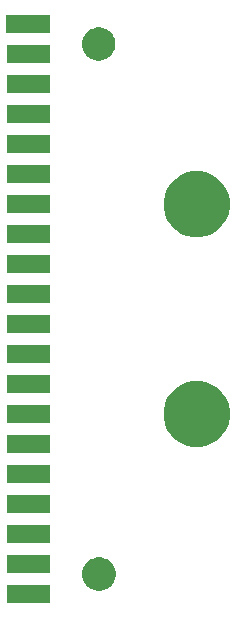
<source format=gbr>
G04 #@! TF.GenerationSoftware,KiCad,Pcbnew,(5.1.5)-3*
G04 #@! TF.CreationDate,2020-04-21T01:16:50+02:00*
G04 #@! TF.ProjectId,GND_PCB,474e445f-5043-4422-9e6b-696361645f70,rev?*
G04 #@! TF.SameCoordinates,Original*
G04 #@! TF.FileFunction,Soldermask,Top*
G04 #@! TF.FilePolarity,Negative*
%FSLAX46Y46*%
G04 Gerber Fmt 4.6, Leading zero omitted, Abs format (unit mm)*
G04 Created by KiCad (PCBNEW (5.1.5)-3) date 2020-04-21 01:16:50*
%MOMM*%
%LPD*%
G04 APERTURE LIST*
%ADD10C,0.100000*%
G04 APERTURE END LIST*
D10*
G36*
X105176160Y-119572200D02*
G01*
X101474160Y-119572200D01*
X101474160Y-118070200D01*
X105176160Y-118070200D01*
X105176160Y-119572200D01*
G37*
G36*
X109622253Y-115779693D02*
G01*
X109712477Y-115797639D01*
X109818087Y-115841385D01*
X109967441Y-115903249D01*
X109967442Y-115903250D01*
X110196906Y-116056572D01*
X110392048Y-116251714D01*
X110494495Y-116405037D01*
X110545371Y-116481179D01*
X110650981Y-116736144D01*
X110704820Y-117006812D01*
X110704820Y-117282788D01*
X110650981Y-117553456D01*
X110545371Y-117808421D01*
X110545370Y-117808422D01*
X110392048Y-118037886D01*
X110196906Y-118233028D01*
X110043583Y-118335475D01*
X109967441Y-118386351D01*
X109818087Y-118448215D01*
X109712477Y-118491961D01*
X109622253Y-118509907D01*
X109441808Y-118545800D01*
X109165832Y-118545800D01*
X108985387Y-118509907D01*
X108895163Y-118491961D01*
X108789553Y-118448215D01*
X108640199Y-118386351D01*
X108564057Y-118335475D01*
X108410734Y-118233028D01*
X108215592Y-118037886D01*
X108062270Y-117808422D01*
X108062269Y-117808421D01*
X107956659Y-117553456D01*
X107902820Y-117282788D01*
X107902820Y-117006812D01*
X107956659Y-116736144D01*
X108062269Y-116481179D01*
X108113145Y-116405037D01*
X108215592Y-116251714D01*
X108410734Y-116056572D01*
X108640198Y-115903250D01*
X108640199Y-115903249D01*
X108789553Y-115841385D01*
X108895163Y-115797639D01*
X108985387Y-115779693D01*
X109165832Y-115743800D01*
X109441808Y-115743800D01*
X109622253Y-115779693D01*
G37*
G36*
X105176160Y-117032200D02*
G01*
X101474160Y-117032200D01*
X101474160Y-115530200D01*
X105176160Y-115530200D01*
X105176160Y-117032200D01*
G37*
G36*
X105176160Y-114497200D02*
G01*
X101474160Y-114497200D01*
X101474160Y-112995200D01*
X105176160Y-112995200D01*
X105176160Y-114497200D01*
G37*
G36*
X105176160Y-111952200D02*
G01*
X101474160Y-111952200D01*
X101474160Y-110450200D01*
X105176160Y-110450200D01*
X105176160Y-111952200D01*
G37*
G36*
X105176160Y-109447200D02*
G01*
X101474160Y-109447200D01*
X101474160Y-107945200D01*
X105176160Y-107945200D01*
X105176160Y-109447200D01*
G37*
G36*
X105176160Y-106897200D02*
G01*
X101474160Y-106897200D01*
X101474160Y-105395200D01*
X105176160Y-105395200D01*
X105176160Y-106897200D01*
G37*
G36*
X118394801Y-100895100D02*
G01*
X118904549Y-101106245D01*
X118904551Y-101106246D01*
X119363314Y-101412781D01*
X119753459Y-101802926D01*
X120059994Y-102261689D01*
X120059995Y-102261691D01*
X120271140Y-102771439D01*
X120378780Y-103312584D01*
X120378780Y-103864336D01*
X120271140Y-104405481D01*
X120059995Y-104915229D01*
X120059994Y-104915231D01*
X119753459Y-105373994D01*
X119363314Y-105764139D01*
X118904551Y-106070674D01*
X118904550Y-106070675D01*
X118904549Y-106070675D01*
X118394801Y-106281820D01*
X117853656Y-106389460D01*
X117301904Y-106389460D01*
X116760759Y-106281820D01*
X116251011Y-106070675D01*
X116251010Y-106070675D01*
X116251009Y-106070674D01*
X115792246Y-105764139D01*
X115402101Y-105373994D01*
X115095566Y-104915231D01*
X115095565Y-104915229D01*
X114884420Y-104405481D01*
X114776780Y-103864336D01*
X114776780Y-103312584D01*
X114884420Y-102771439D01*
X115095565Y-102261691D01*
X115095566Y-102261689D01*
X115402101Y-101802926D01*
X115792246Y-101412781D01*
X116251009Y-101106246D01*
X116251011Y-101106245D01*
X116760759Y-100895100D01*
X117301904Y-100787460D01*
X117853656Y-100787460D01*
X118394801Y-100895100D01*
G37*
G36*
X105176160Y-104347200D02*
G01*
X101474160Y-104347200D01*
X101474160Y-102845200D01*
X105176160Y-102845200D01*
X105176160Y-104347200D01*
G37*
G36*
X105176160Y-101797200D02*
G01*
X101474160Y-101797200D01*
X101474160Y-100295200D01*
X105176160Y-100295200D01*
X105176160Y-101797200D01*
G37*
G36*
X105176160Y-99272200D02*
G01*
X101474160Y-99272200D01*
X101474160Y-97770200D01*
X105176160Y-97770200D01*
X105176160Y-99272200D01*
G37*
G36*
X105176160Y-96722200D02*
G01*
X101474160Y-96722200D01*
X101474160Y-95220200D01*
X105176160Y-95220200D01*
X105176160Y-96722200D01*
G37*
G36*
X105176160Y-94197200D02*
G01*
X101474160Y-94197200D01*
X101474160Y-92695200D01*
X105176160Y-92695200D01*
X105176160Y-94197200D01*
G37*
G36*
X105176160Y-91647200D02*
G01*
X101474160Y-91647200D01*
X101474160Y-90145200D01*
X105176160Y-90145200D01*
X105176160Y-91647200D01*
G37*
G36*
X105176160Y-89097200D02*
G01*
X101474160Y-89097200D01*
X101474160Y-87595200D01*
X105176160Y-87595200D01*
X105176160Y-89097200D01*
G37*
G36*
X118394801Y-83143760D02*
G01*
X118904549Y-83354905D01*
X118904551Y-83354906D01*
X119363314Y-83661441D01*
X119753459Y-84051586D01*
X120059994Y-84510349D01*
X120059995Y-84510351D01*
X120271140Y-85020099D01*
X120378780Y-85561244D01*
X120378780Y-86112996D01*
X120271140Y-86654141D01*
X120059995Y-87163889D01*
X120059994Y-87163891D01*
X119753459Y-87622654D01*
X119363314Y-88012799D01*
X118904551Y-88319334D01*
X118904550Y-88319335D01*
X118904549Y-88319335D01*
X118394801Y-88530480D01*
X117853656Y-88638120D01*
X117301904Y-88638120D01*
X116760759Y-88530480D01*
X116251011Y-88319335D01*
X116251010Y-88319335D01*
X116251009Y-88319334D01*
X115792246Y-88012799D01*
X115402101Y-87622654D01*
X115095566Y-87163891D01*
X115095565Y-87163889D01*
X114884420Y-86654141D01*
X114776780Y-86112996D01*
X114776780Y-85561244D01*
X114884420Y-85020099D01*
X115095565Y-84510351D01*
X115095566Y-84510349D01*
X115402101Y-84051586D01*
X115792246Y-83661441D01*
X116251009Y-83354906D01*
X116251011Y-83354905D01*
X116760759Y-83143760D01*
X117301904Y-83036120D01*
X117853656Y-83036120D01*
X118394801Y-83143760D01*
G37*
G36*
X105176160Y-86552200D02*
G01*
X101474160Y-86552200D01*
X101474160Y-85050200D01*
X105176160Y-85050200D01*
X105176160Y-86552200D01*
G37*
G36*
X105176160Y-84022200D02*
G01*
X101474160Y-84022200D01*
X101474160Y-82520200D01*
X105176160Y-82520200D01*
X105176160Y-84022200D01*
G37*
G36*
X105176160Y-81472200D02*
G01*
X101474160Y-81472200D01*
X101474160Y-79970200D01*
X105176160Y-79970200D01*
X105176160Y-81472200D01*
G37*
G36*
X105176160Y-78932200D02*
G01*
X101474160Y-78932200D01*
X101474160Y-77430200D01*
X105176160Y-77430200D01*
X105176160Y-78932200D01*
G37*
G36*
X105176160Y-76397200D02*
G01*
X101474160Y-76397200D01*
X101474160Y-74895200D01*
X105176160Y-74895200D01*
X105176160Y-76397200D01*
G37*
G36*
X105176160Y-73852200D02*
G01*
X101474160Y-73852200D01*
X101474160Y-72350200D01*
X105176160Y-72350200D01*
X105176160Y-73852200D01*
G37*
G36*
X109594313Y-70908053D02*
G01*
X109684537Y-70925999D01*
X109790147Y-70969745D01*
X109939501Y-71031609D01*
X109939502Y-71031610D01*
X110168966Y-71184932D01*
X110364108Y-71380074D01*
X110466555Y-71533397D01*
X110517431Y-71609539D01*
X110623041Y-71864504D01*
X110676880Y-72135172D01*
X110676880Y-72411148D01*
X110623041Y-72681816D01*
X110517431Y-72936781D01*
X110517430Y-72936782D01*
X110364108Y-73166246D01*
X110168966Y-73361388D01*
X110015643Y-73463835D01*
X109939501Y-73514711D01*
X109790147Y-73576575D01*
X109684537Y-73620321D01*
X109594313Y-73638267D01*
X109413868Y-73674160D01*
X109137892Y-73674160D01*
X108957447Y-73638267D01*
X108867223Y-73620321D01*
X108761613Y-73576575D01*
X108612259Y-73514711D01*
X108536117Y-73463835D01*
X108382794Y-73361388D01*
X108187652Y-73166246D01*
X108034330Y-72936782D01*
X108034329Y-72936781D01*
X107928719Y-72681816D01*
X107874880Y-72411148D01*
X107874880Y-72135172D01*
X107928719Y-71864504D01*
X108034329Y-71609539D01*
X108085205Y-71533397D01*
X108187652Y-71380074D01*
X108382794Y-71184932D01*
X108612258Y-71031610D01*
X108612259Y-71031609D01*
X108761613Y-70969745D01*
X108867223Y-70925999D01*
X108957447Y-70908053D01*
X109137892Y-70872160D01*
X109413868Y-70872160D01*
X109594313Y-70908053D01*
G37*
G36*
X105151160Y-71322200D02*
G01*
X101449160Y-71322200D01*
X101449160Y-69820200D01*
X105151160Y-69820200D01*
X105151160Y-71322200D01*
G37*
M02*

</source>
